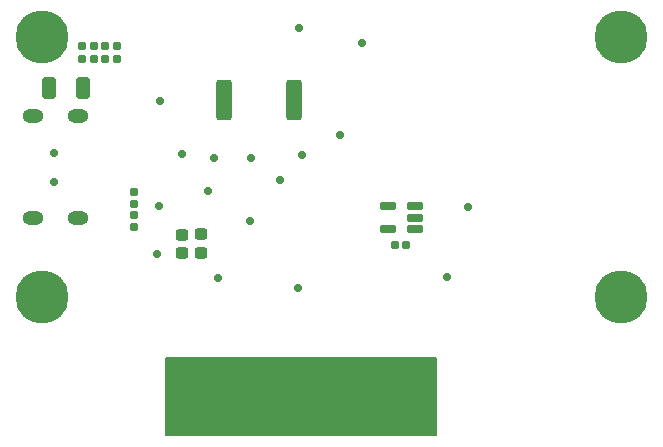
<source format=gbr>
%TF.GenerationSoftware,KiCad,Pcbnew,9.0.2*%
%TF.CreationDate,2026-02-05T18:46:00+01:00*%
%TF.ProjectId,PDNode-PDCard,50444e6f-6465-42d5-9044-436172642e6b,rev?*%
%TF.SameCoordinates,Original*%
%TF.FileFunction,Soldermask,Bot*%
%TF.FilePolarity,Negative*%
%FSLAX46Y46*%
G04 Gerber Fmt 4.6, Leading zero omitted, Abs format (unit mm)*
G04 Created by KiCad (PCBNEW 9.0.2) date 2026-02-05 18:46:00*
%MOMM*%
%LPD*%
G01*
G04 APERTURE LIST*
G04 Aperture macros list*
%AMRoundRect*
0 Rectangle with rounded corners*
0 $1 Rounding radius*
0 $2 $3 $4 $5 $6 $7 $8 $9 X,Y pos of 4 corners*
0 Add a 4 corners polygon primitive as box body*
4,1,4,$2,$3,$4,$5,$6,$7,$8,$9,$2,$3,0*
0 Add four circle primitives for the rounded corners*
1,1,$1+$1,$2,$3*
1,1,$1+$1,$4,$5*
1,1,$1+$1,$6,$7*
1,1,$1+$1,$8,$9*
0 Add four rect primitives between the rounded corners*
20,1,$1+$1,$2,$3,$4,$5,0*
20,1,$1+$1,$4,$5,$6,$7,0*
20,1,$1+$1,$6,$7,$8,$9,0*
20,1,$1+$1,$8,$9,$2,$3,0*%
G04 Aperture macros list end*
%ADD10C,0.150000*%
%ADD11RoundRect,0.160000X-0.210000X0.160000X-0.210000X-0.160000X0.210000X-0.160000X0.210000X0.160000X0*%
%ADD12C,0.800000*%
%ADD13C,4.500000*%
%ADD14O,1.800000X1.200000*%
%ADD15RoundRect,0.050000X-0.350000X-1.600000X0.350000X-1.600000X0.350000X1.600000X-0.350000X1.600000X0*%
%ADD16RoundRect,0.050000X-0.350000X-2.150000X0.350000X-2.150000X0.350000X2.150000X-0.350000X2.150000X0*%
%ADD17RoundRect,0.160000X0.160000X0.210000X-0.160000X0.210000X-0.160000X-0.210000X0.160000X-0.210000X0*%
%ADD18C,0.700000*%
%ADD19RoundRect,0.270409X0.392091X1.454591X-0.392091X1.454591X-0.392091X-1.454591X0.392091X-1.454591X0*%
%ADD20RoundRect,0.175000X0.537500X0.175000X-0.537500X0.175000X-0.537500X-0.175000X0.537500X-0.175000X0*%
%ADD21RoundRect,0.165000X-0.165000X-0.195000X0.165000X-0.195000X0.165000X0.195000X-0.165000X0.195000X0*%
%ADD22RoundRect,0.272222X0.340278X0.652778X-0.340278X0.652778X-0.340278X-0.652778X0.340278X-0.652778X0*%
%ADD23RoundRect,0.250000X0.275000X-0.250000X0.275000X0.250000X-0.275000X0.250000X-0.275000X-0.250000X0*%
G04 APERTURE END LIST*
D10*
X12975000Y5875000D02*
X35800000Y5875000D01*
X35800000Y-725000D01*
X12975000Y-725000D01*
X12975000Y5875000D01*
G36*
X12975000Y5875000D02*
G01*
X35800000Y5875000D01*
X35800000Y-725000D01*
X12975000Y-725000D01*
X12975000Y5875000D01*
G37*
D11*
%TO.C,R53*%
X10250000Y17910000D03*
X10250000Y16890000D03*
%TD*%
%TO.C,R52*%
X10250000Y19860000D03*
X10250000Y18840000D03*
%TD*%
D12*
%TO.C,H3*%
X51500000Y31375000D03*
X50333274Y31858274D03*
X52666726Y31858274D03*
X49850000Y33025000D03*
D13*
X51500000Y33025000D03*
D12*
X53150000Y33025000D03*
X50333274Y34191726D03*
X52666726Y34191726D03*
X51500000Y34675000D03*
%TD*%
%TO.C,H1*%
X2500000Y31375000D03*
X1333274Y31858274D03*
X3666726Y31858274D03*
X850000Y33025000D03*
D13*
X2500000Y33025000D03*
D12*
X4150000Y33025000D03*
X1333274Y34191726D03*
X3666726Y34191726D03*
X2500000Y34675000D03*
%TD*%
D14*
%TO.C,J1*%
X5500000Y26345000D03*
X1700000Y26345000D03*
X5500000Y17705000D03*
X1700000Y17705000D03*
%TD*%
D12*
%TO.C,H2*%
X2500000Y9375000D03*
X1333274Y9858274D03*
X3666726Y9858274D03*
X850000Y11025000D03*
D13*
X2500000Y11025000D03*
D12*
X4150000Y11025000D03*
X1333274Y12191726D03*
X3666726Y12191726D03*
X2500000Y12675000D03*
%TD*%
D15*
%TO.C,J2*%
X14750000Y4075000D03*
D16*
X15750000Y3525000D03*
X16750000Y3525000D03*
X17750000Y3525000D03*
X18750000Y3525000D03*
X19750000Y3525000D03*
X20750000Y3525000D03*
X21750000Y3525000D03*
X22750000Y3525000D03*
X23750000Y3525000D03*
X24750000Y3525000D03*
X27750000Y3525000D03*
X28750000Y3525000D03*
X29750000Y3525000D03*
X30750000Y3525000D03*
X31750000Y3525000D03*
X32750000Y3525000D03*
X33750000Y3525000D03*
%TD*%
D12*
%TO.C,H4*%
X51500000Y9375000D03*
X50333274Y9858274D03*
X52666726Y9858274D03*
X49850000Y11025000D03*
D13*
X51500000Y11025000D03*
D12*
X53150000Y11025000D03*
X50333274Y12191726D03*
X52666726Y12191726D03*
X51500000Y12675000D03*
%TD*%
D17*
%TO.C,R35*%
X6860000Y31185000D03*
X5840000Y31185000D03*
%TD*%
D18*
%TO.C,1V8*%
X20070000Y17450000D03*
%TD*%
%TO.C,FB1*%
X27700000Y24700000D03*
%TD*%
%TO.C,VDET1*%
X12350000Y18660000D03*
%TD*%
%TO.C,PDO2*%
X22600000Y20875000D03*
%TD*%
D19*
%TO.C,R9*%
X23762500Y27650000D03*
X17837500Y27650000D03*
%TD*%
D18*
%TO.C,PG1*%
X24200000Y33750000D03*
%TD*%
%TO.C,PMEN1*%
X29600000Y32500000D03*
%TD*%
D20*
%TO.C,U1*%
X34070000Y18675000D03*
X34070000Y17725000D03*
X34070000Y16775000D03*
X31795000Y16775000D03*
X31795000Y18675000D03*
%TD*%
D18*
%TO.C,PDO3*%
X20145990Y22781289D03*
%TD*%
D21*
%TO.C,C31*%
X32365000Y15375000D03*
X33325000Y15375000D03*
%TD*%
D17*
%TO.C,R33*%
X8800000Y31185000D03*
X7780000Y31185000D03*
%TD*%
D18*
%TO.C,TP24V1*%
X38575000Y18600000D03*
%TD*%
%TO.C,PGY1*%
X36800000Y12725000D03*
%TD*%
%TO.C,3V3*%
X24175000Y11800000D03*
%TD*%
D22*
%TO.C,R26*%
X5962500Y28700000D03*
X3037500Y28700000D03*
%TD*%
D17*
%TO.C,R34*%
X6860000Y32225000D03*
X5840000Y32225000D03*
%TD*%
D18*
%TO.C,CC2*%
X3500000Y20725000D03*
%TD*%
%TO.C,VOUT1*%
X24500000Y23050000D03*
%TD*%
%TO.C,PDO4*%
X16490000Y19970000D03*
%TD*%
D23*
%TO.C,C20*%
X15910000Y14740000D03*
X15910000Y16290000D03*
%TD*%
D18*
%TO.C,CC1*%
X3500000Y23225000D03*
%TD*%
%TO.C,CN1*%
X14300000Y23100000D03*
%TD*%
D17*
%TO.C,R32*%
X8800000Y32235000D03*
X7780000Y32235000D03*
%TD*%
D23*
%TO.C,C19*%
X14320000Y14730000D03*
X14320000Y16280000D03*
%TD*%
D18*
%TO.C,CP1*%
X12475000Y27550000D03*
%TD*%
%TO.C,PDO5*%
X17000000Y22775000D03*
%TD*%
%TO.C,3VA1*%
X12180000Y14600000D03*
%TD*%
%TO.C,3VINT1*%
X17400000Y12625000D03*
%TD*%
M02*

</source>
